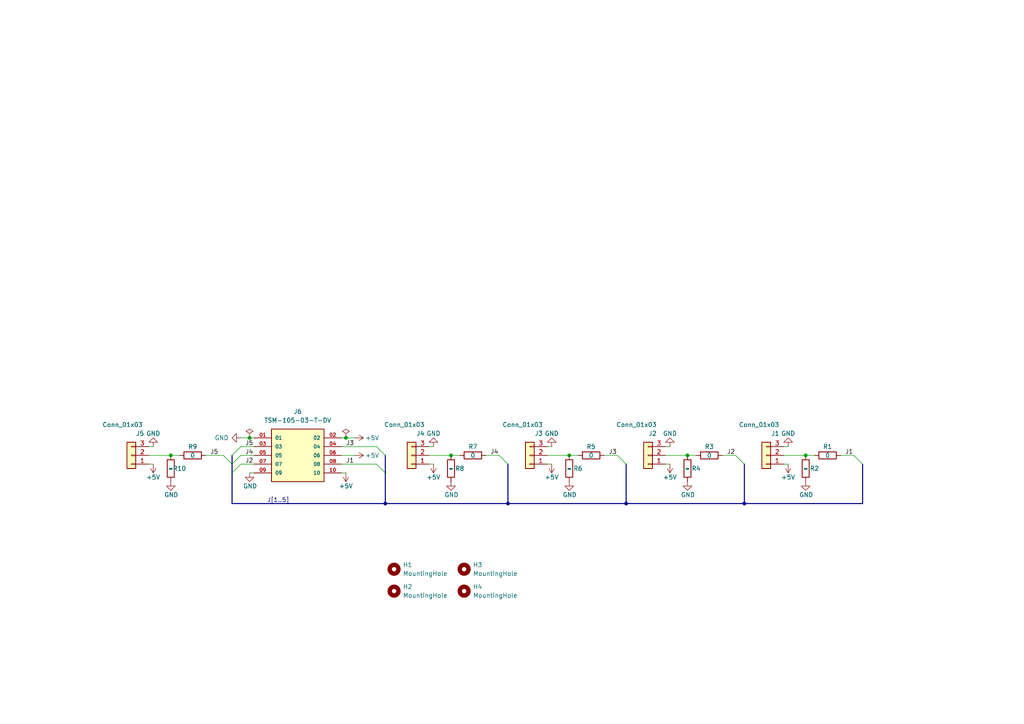
<source format=kicad_sch>
(kicad_sch (version 20211123) (generator eeschema)
  (paper "A4")
  (title_block (title "Led Connector") (comment 1 "${PROJECT}") (comment 2 "${PROJECT-URL}") (comment 3 "${GIT-COMMIT-HASH}") (comment 4 "${GIT-COMMIT-TAG}"))
  (lib_symbols
    (symbol "Connector_Generic:Conn_01x03" (pin_names (offset 1.016) hide)
      (property "Reference" "J" (at 0 5.08 0))
      (property "Value" "Conn_01x03" (at 0 -5.08 0))
      (symbol "Conn_01x03_1_1"
        (rectangle (start -1.27 -2.413) (end 0 -2.667) (stroke (width 0.1524)))
        (rectangle (start -1.27 0.127) (end 0 -0.127) (stroke (width 0.1524)))
        (rectangle (start -1.27 2.667) (end 0 2.413) (stroke (width 0.1524)))
        (rectangle (start -1.27 3.81) (end 1.27 -3.81) (stroke (width 0.254)) (fill (type background)))
        (pin passive line (at -5.08 2.54 0) (length 3.81) (name "Pin_1") (number "1"))
        (pin passive line (at -5.08 0 0) (length 3.81) (name "Pin_2") (number "2"))
        (pin passive line (at -5.08 -2.54 0) (length 3.81) (name "Pin_3") (number "3"))
      )
    )
    (symbol "Device:R" (pin_numbers hide) (pin_names (offset 0))
      (property "Reference" "R" (at 2.032 0 90))
      (property "Value" "R" (at 0 0 90))
      (symbol "R_0_1"
        (rectangle (start -1.016 -2.54) (end 1.016 2.54) (stroke (width 0.254)))
      )
      (symbol "R_1_1"
        (pin passive line (at 0 3.81 270) (length 1.27) (name "~") (number "1"))
        (pin passive line (at 0 -3.81 90) (length 1.27) (name "~") (number "2"))
      )
    )
    (symbol "Mechanical:MountingHole" (pin_names (offset 1.016))
      (property "Reference" "H" (at 0 5.08 0))
      (property "Value" "MountingHole" (at 0 3.175 0))
      (symbol "MountingHole_0_1"
        (circle (center 0 0) (radius 1.27) (stroke (width 1.27)))
      )
    )
    (symbol "TSM-105-03-T-DV:TSM-105-03-T-DV" (pin_names (offset 1.016))
      (property "Reference" "J" (at -8.12 7.62 0))
      (property "Value" "TSM-105-03-T-DV" (at -7.62 -10.16 0))
      (symbol "TSM-105-03-T-DV_0_0"
        (rectangle (start -7.62 -7.62) (end 7.62 7.62) (stroke (width 0.254)) (fill (type background)))
        (pin passive line (at -12.7 5.08 0) (length 5.08) (name "01") (number "01"))
        (pin passive line (at 12.7 5.08 180) (length 5.08) (name "02") (number "02"))
        (pin passive line (at -12.7 2.54 0) (length 5.08) (name "03") (number "03"))
        (pin passive line (at 12.7 2.54 180) (length 5.08) (name "04") (number "04"))
        (pin passive line (at -12.7 0 0) (length 5.08) (name "05") (number "05"))
        (pin passive line (at 12.7 0 180) (length 5.08) (name "06") (number "06"))
        (pin passive line (at -12.7 -2.54 0) (length 5.08) (name "07") (number "07"))
        (pin passive line (at 12.7 -2.54 180) (length 5.08) (name "08") (number "08"))
        (pin passive line (at -12.7 -5.08 0) (length 5.08) (name "09") (number "09"))
        (pin passive line (at 12.7 -5.08 180) (length 5.08) (name "10") (number "10"))
      )
    )
    (symbol "power:+5V" (power) (pin_names (offset 0))
      (property "Value" "+5V" (at 0 3.556 0))
      (symbol "+5V_0_1"
        (polyline (pts (xy -0.762 1.27) (xy 0 2.54)))
        (polyline (pts (xy 0 0) (xy 0 2.54)))
        (polyline (pts (xy 0 2.54) (xy 0.762 1.27)))
      )
      (symbol "+5V_1_1"
        (pin power_in line (at 0 0 90) (length 0) hide (name "+5V") (number "1"))
      )
    )
    (symbol "power:GND" (power) (pin_names (offset 0))
      (property "Value" "GND" (at 0 -3.81 0))
      (symbol "GND_0_1"
        (polyline (pts (xy 0 0) (xy 0 -1.27) (xy 1.27 -1.27) (xy 0 -2.54) (xy -1.27 -1.27) (xy 0 -1.27)))
      )
      (symbol "GND_1_1"
        (pin power_in line (at 0 0 270) (length 0) hide (name "GND") (number "1"))
      )
    )
    (symbol "power:PWR_FLAG" (power) (pin_numbers hide) (pin_names (offset 0) hide)
      (property "Value" "PWR_FLAG" (at 0 3.81 0))
      (symbol "PWR_FLAG_0_0"
        (pin power_out line (at 0 0 90) (length 0) (name "pwr") (number "1"))
      )
      (symbol "PWR_FLAG_0_1"
        (polyline (pts (xy 0 0) (xy 0 1.27) (xy -1.016 1.905) (xy 0 2.54) (xy 1.016 1.905) (xy 0 1.27)))
      )
    )
  )
  (junction (at 233.68 132.08))
  (junction (at 100.33 127))
  (junction (at 215.9 146.05))
  (junction (at 181.61 146.05))
  (junction (at 49.53 132.08))
  (junction (at 147.32 146.05))
  (junction (at 130.81 132.08))
  (junction (at 199.39 132.08))
  (junction (at 111.76 146.05))
  (junction (at 72.39 127))
  (junction (at 165.1 132.08))
  (bus_entry (at 109.22 134.62) (size 2.54 2.54))
  (bus_entry (at 144.78 132.08) (size 2.54 2.54))
  (bus_entry (at 67.31 137.16) (size 2.54 -2.54))
  (bus_entry (at 67.31 132.08) (size 2.54 -2.54))
  (bus_entry (at 64.77 132.08) (size 2.54 2.54))
  (bus_entry (at 179.07 132.08) (size 2.54 2.54))
  (bus_entry (at 67.31 134.62) (size 2.54 -2.54))
  (bus_entry (at 213.36 132.08) (size 2.54 2.54))
  (bus_entry (at 109.22 129.54) (size 2.54 2.54))
  (bus_entry (at 247.65 132.08) (size 2.54 2.54))
  (wire (pts (xy 99.06 132.08) (xy 102.87 132.08)))
  (wire (pts (xy 99.06 127) (xy 100.33 127)))
  (wire (pts (xy 69.85 127) (xy 72.39 127)))
  (bus (pts (xy 147.32 146.05) (xy 181.61 146.05)))
  (wire (pts (xy 72.39 137.16) (xy 73.66 137.16)))
  (bus (pts (xy 181.61 146.05) (xy 215.9 146.05)))
  (bus (pts (xy 111.76 132.08) (xy 111.76 137.16)))
  (wire (pts (xy 209.55 132.08) (xy 213.36 132.08)))
  (wire (pts (xy 160.02 129.54) (xy 158.75 129.54)))
  (wire (pts (xy 158.75 134.62) (xy 160.02 134.62)))
  (wire (pts (xy 49.53 132.08) (xy 52.07 132.08)))
  (wire (pts (xy 124.46 134.62) (xy 125.73 134.62)))
  (wire (pts (xy 165.1 132.08) (xy 167.64 132.08)))
  (bus (pts (xy 250.19 134.62) (xy 250.19 146.05)))
  (wire (pts (xy 124.46 132.08) (xy 130.81 132.08)))
  (bus (pts (xy 67.31 146.05) (xy 111.76 146.05)))
  (wire (pts (xy 175.26 132.08) (xy 179.07 132.08)))
  (wire (pts (xy 100.33 127) (xy 102.87 127)))
  (bus (pts (xy 215.9 134.62) (xy 215.9 146.05)))
  (wire (pts (xy 69.85 132.08) (xy 73.66 132.08)))
  (wire (pts (xy 228.6 129.54) (xy 227.33 129.54)))
  (wire (pts (xy 125.73 129.54) (xy 124.46 129.54)))
  (bus (pts (xy 147.32 134.62) (xy 147.32 146.05)))
  (wire (pts (xy 193.04 132.08) (xy 199.39 132.08)))
  (wire (pts (xy 99.06 129.54) (xy 109.22 129.54)))
  (bus (pts (xy 67.31 134.62) (xy 67.31 137.16)))
  (wire (pts (xy 233.68 132.08) (xy 236.22 132.08)))
  (wire (pts (xy 140.97 132.08) (xy 144.78 132.08)))
  (bus (pts (xy 67.31 137.16) (xy 67.31 146.05)))
  (wire (pts (xy 193.04 134.62) (xy 194.31 134.62)))
  (wire (pts (xy 194.31 129.54) (xy 193.04 129.54)))
  (bus (pts (xy 111.76 137.16) (xy 111.76 146.05)))
  (bus (pts (xy 215.9 146.05) (xy 250.19 146.05)))
  (wire (pts (xy 227.33 134.62) (xy 228.6 134.62)))
  (wire (pts (xy 99.06 134.62) (xy 109.22 134.62)))
  (wire (pts (xy 199.39 132.08) (xy 201.93 132.08)))
  (wire (pts (xy 130.81 132.08) (xy 133.35 132.08)))
  (wire (pts (xy 44.45 129.54) (xy 43.18 129.54)))
  (wire (pts (xy 227.33 132.08) (xy 233.68 132.08)))
  (wire (pts (xy 99.06 137.16) (xy 100.33 137.16)))
  (wire (pts (xy 69.85 134.62) (xy 73.66 134.62)))
  (wire (pts (xy 43.18 132.08) (xy 49.53 132.08)))
  (bus (pts (xy 67.31 132.08) (xy 67.31 134.62)))
  (wire (pts (xy 72.39 127) (xy 73.66 127)))
  (wire (pts (xy 59.69 132.08) (xy 64.77 132.08)))
  (wire (pts (xy 243.84 132.08) (xy 247.65 132.08)))
  (bus (pts (xy 181.61 134.62) (xy 181.61 146.05)))
  (wire (pts (xy 43.18 134.62) (xy 44.45 134.62)))
  (bus (pts (xy 111.76 146.05) (xy 147.32 146.05)))
  (wire (pts (xy 69.85 129.54) (xy 73.66 129.54)))
  (wire (pts (xy 158.75 132.08) (xy 165.1 132.08)))
  (label "J3" (at 100.33 129.54 0))
  (label "J2" (at 210.82 132.08 0))
  (label "J5" (at 60.96 132.08 0))
  (label "J5" (at 71.12 129.54 0))
  (label "J1" (at 245.11 132.08 0))
  (label "J[1..5]" (at 77.47 146.05 0))
  (label "J1" (at 100.33 134.62 0))
  (label "J4" (at 142.24 132.08 0))
  (label "J3" (at 176.53 132.08 0))
  (label "J4" (at 71.12 132.08 0))
  (label "J2" (at 71.12 134.62 0))
  (symbol (lib_id "Connector_Generic:Conn_01x03") (at 38.1 132.08 180) (unit 1)
    (property "Reference" "J5" (at 40.64 125.73 0))
    (property "Value" "Conn_01x03" (at 35.56 123.19 0))
    (property "Footprint" "Wuerth:691508110303" (effects hide))
  )
  (symbol (lib_id "power:PWR_FLAG") (at 100.33 127 0) (unit 1)
    (property "Reference" "#FLG0101" (effects hide))
    (property "Value" "PWR_FLAG" (effects hide))
  )
  (symbol (lib_id "power:+5V") (at 44.45 134.62 180) (unit 1)
    (property "Reference" "#PWR0104" (effects hide))
    (property "Value" "+5V" (at 44.45 138.43 0))
  )
  (symbol (lib_id "Device:R") (at 165.1 135.89 0) (unit 1)
    (property "Reference" "R6" (at 167.64 135.89 0))
    (property "Value" "∞" (at 165.1 135.89 0))
    (property "Footprint" "Resistor_SMD:R_0805_2012Metric" (effects hide))
  )
  (symbol (lib_id "power:GND") (at 44.45 129.54 180) (unit 1)
    (property "Reference" "#PWR0103" (effects hide))
    (property "Value" "GND" (at 44.45 125.73 0))
  )
  (symbol (lib_id "power:GND") (at 228.6 129.54 180) (unit 1)
    (property "Reference" "#PWR0106" (effects hide))
    (property "Value" "GND" (at 228.6 125.73 0))
  )
  (symbol (lib_id "Device:R") (at 199.39 135.89 0) (unit 1)
    (property "Reference" "R4" (at 201.93 135.89 0))
    (property "Value" "∞" (at 199.39 135.89 0))
    (property "Footprint" "Resistor_SMD:R_0805_2012Metric" (effects hide))
  )
  (symbol (lib_id "power:+5V") (at 228.6 134.62 180) (unit 1)
    (property "Reference" "#PWR0105" (effects hide))
    (property "Value" "+5V" (at 228.6 138.43 0))
  )
  (symbol (lib_id "Mechanical:MountingHole") (at 114.3 165.1 0) (unit 1)
    (property "Reference" "H1" (at 116.84 163.8299 0) (effects (justify left)))
    (property "Value" "MountingHole" (at 116.84 166.3699 0) (effects (justify left)))
    (property "Footprint" "MountingHole:MountingHole_3.2mm_M3" (effects hide))
  )
  (symbol (lib_id "Device:R") (at 49.53 135.89 0) (unit 1)
    (property "Reference" "R10" (at 52.07 135.89 0))
    (property "Value" "∞" (at 49.53 135.89 0))
    (property "Footprint" "Resistor_SMD:R_0805_2012Metric" (effects hide))
  )
  (symbol (lib_id "power:GND") (at 233.68 139.7 0) (unit 1)
    (property "Reference" "#PWR0118" (effects hide))
    (property "Value" "GND" (at 231.775 143.51 0) (effects (justify left)))
  )
  (symbol (lib_id "Mechanical:MountingHole") (at 134.62 165.1 0) (unit 1)
    (property "Reference" "H3" (at 137.16 163.8299 0) (effects (justify left)))
    (property "Value" "MountingHole" (at 137.16 166.3699 0) (effects (justify left)))
    (property "Footprint" "MountingHole:MountingHole_3.2mm_M3" (effects hide))
  )
  (symbol (lib_id "Connector_Generic:Conn_01x03") (at 187.96 132.08 180) (unit 1)
    (property "Reference" "J2" (at 190.5 125.73 0) (effects (justify left)))
    (property "Value" "Conn_01x03" (at 190.5 123.19 0) (effects (justify left)))
    (property "Footprint" "Wuerth:691508110303" (effects hide))
  )
  (symbol (lib_id "power:+5V") (at 160.02 134.62 180) (unit 1)
    (property "Reference" "#PWR0108" (effects hide))
    (property "Value" "+5V" (at 160.02 138.43 0))
  )
  (symbol (lib_id "power:GND") (at 49.53 139.7 0) (unit 1)
    (property "Reference" "#PWR0120" (effects hide))
    (property "Value" "GND" (at 47.625 143.51 0) (effects (justify left)))
  )
  (symbol (lib_id "power:GND") (at 194.31 129.54 180) (unit 1)
    (property "Reference" "#PWR0110" (effects hide))
    (property "Value" "GND" (at 194.31 125.73 0))
  )
  (symbol (lib_id "Device:R") (at 137.16 132.08 90) (unit 1)
    (property "Reference" "R7" (at 137.16 129.54 90))
    (property "Value" "0" (at 137.16 132.08 90))
    (property "Footprint" "Resistor_SMD:R_0805_2012Metric" (effects hide))
  )
  (symbol (lib_id "Mechanical:MountingHole") (at 114.3 171.45 0) (unit 1)
    (property "Reference" "H2" (at 116.84 170.1799 0) (effects (justify left)))
    (property "Value" "MountingHole" (at 116.84 172.7199 0) (effects (justify left)))
    (property "Footprint" "MountingHole:MountingHole_3.2mm_M3" (effects hide))
  )
  (symbol (lib_id "Mechanical:MountingHole") (at 134.62 171.45 0) (unit 1)
    (property "Reference" "H4" (at 137.16 170.1799 0) (effects (justify left)))
    (property "Value" "MountingHole" (at 137.16 172.7199 0) (effects (justify left)))
    (property "Footprint" "MountingHole:MountingHole_3.2mm_M3" (effects hide))
  )
  (symbol (lib_id "power:+5V") (at 125.73 134.62 180) (unit 1)
    (property "Reference" "#PWR0102" (effects hide))
    (property "Value" "+5V" (at 125.73 138.43 0))
  )
  (symbol (lib_id "Connector_Generic:Conn_01x03") (at 153.67 132.08 180) (unit 1)
    (property "Reference" "J3" (at 157.48 125.73 0) (effects (justify left)))
    (property "Value" "Conn_01x03" (at 157.48 123.19 0) (effects (justify left)))
    (property "Footprint" "Wuerth:691508110303" (effects hide))
  )
  (symbol (lib_id "power:PWR_FLAG") (at 72.39 127 0) (unit 1)
    (property "Reference" "#FLG0102" (effects hide))
    (property "Value" "PWR_FLAG" (effects hide))
  )
  (symbol (lib_id "Device:R") (at 55.88 132.08 90) (unit 1)
    (property "Reference" "R9" (at 55.88 129.54 90))
    (property "Value" "0" (at 55.88 132.08 90))
    (property "Footprint" "Resistor_SMD:R_0805_2012Metric" (effects hide))
  )
  (symbol (lib_id "power:+5V") (at 100.33 137.16 180) (unit 1)
    (property "Reference" "#PWR0112" (effects hide))
    (property "Value" "+5V" (at 100.33 140.97 0))
  )
  (symbol (lib_id "Device:R") (at 130.81 135.89 0) (unit 1)
    (property "Reference" "R8" (at 133.35 135.89 0))
    (property "Value" "∞" (at 130.81 135.89 0))
    (property "Footprint" "Resistor_SMD:R_0805_2012Metric" (effects hide))
  )
  (symbol (lib_id "Device:R") (at 233.68 135.89 0) (unit 1)
    (property "Reference" "R2" (at 236.22 135.89 0))
    (property "Value" "∞" (at 233.68 135.89 0))
    (property "Footprint" "Resistor_SMD:R_0805_2012Metric" (effects hide))
  )
  (symbol (lib_id "power:GND") (at 72.39 137.16 0) (unit 1)
    (property "Reference" "#PWR0113" (effects hide))
    (property "Value" "GND" (at 70.485 140.97 0) (effects (justify left)))
  )
  (symbol (lib_id "power:GND") (at 130.81 139.7 0) (unit 1)
    (property "Reference" "#PWR0116" (effects hide))
    (property "Value" "GND" (at 128.905 143.51 0) (effects (justify left)))
  )
  (symbol (lib_id "power:GND") (at 165.1 139.7 0) (unit 1)
    (property "Reference" "#PWR0117" (effects hide))
    (property "Value" "GND" (at 163.195 143.51 0) (effects (justify left)))
  )
  (symbol (lib_id "Connector_Generic:Conn_01x03") (at 222.25 132.08 180) (unit 1)
    (property "Reference" "J1" (at 226.06 125.73 0) (effects (justify left)))
    (property "Value" "Conn_01x03" (at 226.06 123.19 0) (effects (justify left)))
    (property "Footprint" "Wuerth:691508110303" (effects hide))
  )
  (symbol (lib_id "power:GND") (at 160.02 129.54 180) (unit 1)
    (property "Reference" "#PWR0107" (effects hide))
    (property "Value" "GND" (at 160.02 125.73 0))
  )
  (symbol (lib_id "power:+5V") (at 102.87 132.08 270) (unit 1)
    (property "Reference" "#PWR0115" (effects hide))
    (property "Value" "+5V" (at 107.95 132.08 90))
  )
  (symbol (lib_id "power:GND") (at 125.73 129.54 180) (unit 1)
    (property "Reference" "#PWR0101" (effects hide))
    (property "Value" "GND" (at 125.73 125.73 0))
  )
  (symbol (lib_id "power:GND") (at 199.39 139.7 0) (unit 1)
    (property "Reference" "#PWR0119" (effects hide))
    (property "Value" "GND" (at 197.485 143.51 0) (effects (justify left)))
  )
  (symbol (lib_id "power:+5V") (at 194.31 134.62 180) (unit 1)
    (property "Reference" "#PWR0109" (effects hide))
    (property "Value" "+5V" (at 194.31 138.43 0))
  )
  (symbol (lib_id "power:GND") (at 69.85 127 270) (unit 1)
    (property "Reference" "#PWR0111" (effects hide))
    (property "Value" "GND" (at 62.23 127 90) (effects (justify left)))
  )
  (symbol (lib_id "power:+5V") (at 102.87 127 270) (unit 1)
    (property "Reference" "#PWR0114" (effects hide))
    (property "Value" "+5V" (at 107.95 127 90))
  )
  (symbol (lib_id "Device:R") (at 171.45 132.08 90) (unit 1)
    (property "Reference" "R5" (at 171.45 129.54 90))
    (property "Value" "0" (at 171.45 132.08 90))
    (property "Footprint" "Resistor_SMD:R_0805_2012Metric" (effects hide))
  )
  (symbol (lib_id "TSM-105-03-T-DV:TSM-105-03-T-DV") (at 86.36 132.08 0) (unit 1)
    (property "Reference" "J6" (at 86.36 119.38 0))
    (property "Value" "TSM-105-03-T-DV" (at 86.36 121.92 0))
    (property "Footprint" "TSM-105-03-T-DV:SAMTEC_TSM-105-03-T-DV" (effects hide))
    (property "MANUFACTURER" "SAMTEC" (effects hide))
  )
  (symbol (lib_id "Connector_Generic:Conn_01x03") (at 119.38 132.08 180) (unit 1)
    (property "Reference" "J4" (at 123.19 125.73 0) (effects (justify left)))
    (property "Value" "Conn_01x03" (at 123.19 123.19 0) (effects (justify left)))
    (property "Footprint" "Wuerth:691508110303" (effects hide))
  )
  (symbol (lib_id "Device:R") (at 240.03 132.08 90) (unit 1)
    (property "Reference" "R1" (at 240.03 129.54 90))
    (property "Value" "0" (at 240.03 132.08 90))
    (property "Footprint" "Resistor_SMD:R_0805_2012Metric" (effects hide))
  )
  (symbol (lib_id "Device:R") (at 205.74 132.08 90) (unit 1)
    (property "Reference" "R3" (at 205.74 129.54 90))
    (property "Value" "0" (at 205.74 132.08 90))
    (property "Footprint" "Resistor_SMD:R_0805_2012Metric" (effects hide))
  )
)
</source>
